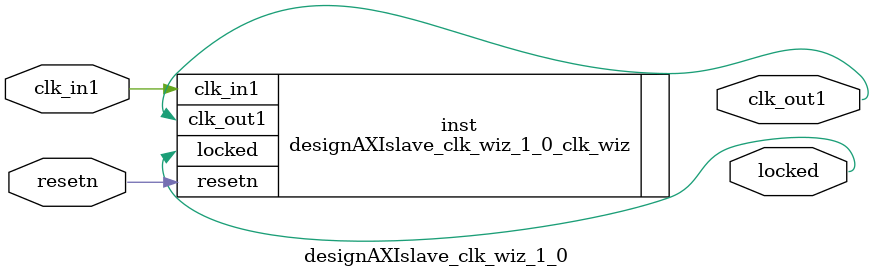
<source format=v>


`timescale 1ps/1ps

(* CORE_GENERATION_INFO = "designAXIslave_clk_wiz_1_0,clk_wiz_v6_0_1_0_0,{component_name=designAXIslave_clk_wiz_1_0,use_phase_alignment=true,use_min_o_jitter=false,use_max_i_jitter=false,use_dyn_phase_shift=false,use_inclk_switchover=false,use_dyn_reconfig=false,enable_axi=0,feedback_source=FDBK_AUTO,PRIMITIVE=MMCM,num_out_clk=1,clkin1_period=10.000,clkin2_period=10.000,use_power_down=false,use_reset=true,use_locked=true,use_inclk_stopped=false,feedback_type=SINGLE,CLOCK_MGR_TYPE=NA,manual_override=false}" *)

module designAXIslave_clk_wiz_1_0 
 (
  // Clock out ports
  output        clk_out1,
  // Status and control signals
  input         resetn,
  output        locked,
 // Clock in ports
  input         clk_in1
 );

  designAXIslave_clk_wiz_1_0_clk_wiz inst
  (
  // Clock out ports  
  .clk_out1(clk_out1),
  // Status and control signals               
  .resetn(resetn), 
  .locked(locked),
 // Clock in ports
  .clk_in1(clk_in1)
  );

endmodule

</source>
